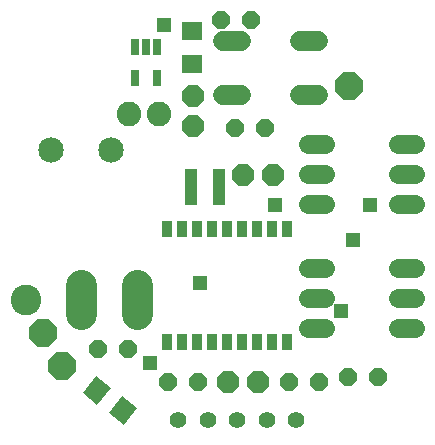
<source format=gts>
G75*
%MOIN*%
%OFA0B0*%
%FSLAX25Y25*%
%IPPOS*%
%LPD*%
%AMOC8*
5,1,8,0,0,1.08239X$1,22.5*
%
%ADD10OC8,0.07100*%
%ADD11R,0.07099X0.06312*%
%ADD12R,0.03800X0.05300*%
%ADD13C,0.08200*%
%ADD14OC8,0.09300*%
%ADD15OC8,0.06000*%
%ADD16C,0.06400*%
%ADD17C,0.10249*%
%ADD18C,0.10249*%
%ADD19C,0.08477*%
%ADD20R,0.03950X0.01863*%
%ADD21R,0.02965X0.05524*%
%ADD22C,0.06800*%
%ADD23C,0.05556*%
%ADD24R,0.04762X0.04762*%
D10*
X0081433Y0031118D03*
X0091433Y0031118D03*
X0086630Y0100213D03*
X0096630Y0100213D03*
X0069701Y0116669D03*
X0069701Y0126669D03*
D11*
X0069386Y0137181D03*
X0069386Y0148205D03*
G36*
X0033049Y0027556D02*
X0037419Y0033148D01*
X0042391Y0029262D01*
X0038021Y0023670D01*
X0033049Y0027556D01*
G37*
G36*
X0041735Y0020769D02*
X0046105Y0026361D01*
X0051077Y0022475D01*
X0046707Y0016883D01*
X0041735Y0020769D01*
G37*
D12*
X0061315Y0044512D03*
X0066315Y0044512D03*
X0071315Y0044512D03*
X0076315Y0044512D03*
X0081315Y0044512D03*
X0086315Y0044512D03*
X0091315Y0044512D03*
X0096315Y0044512D03*
X0101315Y0044512D03*
X0101315Y0082212D03*
X0096315Y0082212D03*
X0091315Y0082212D03*
X0086315Y0082212D03*
X0081315Y0082212D03*
X0076315Y0082212D03*
X0071315Y0082212D03*
X0066315Y0082212D03*
X0061315Y0082212D03*
D13*
X0058638Y0120646D03*
X0048638Y0120646D03*
D14*
X0026276Y0036630D03*
X0019858Y0047535D03*
X0121748Y0129780D03*
D15*
X0093992Y0115764D03*
X0083992Y0115764D03*
X0079110Y0151827D03*
X0089110Y0151827D03*
X0048323Y0042142D03*
X0038323Y0042142D03*
X0061591Y0031118D03*
X0071591Y0031118D03*
X0101709Y0031118D03*
X0111709Y0031118D03*
X0121394Y0032693D03*
X0131394Y0032693D03*
D16*
X0138200Y0049071D02*
X0143800Y0049071D01*
X0143800Y0059071D02*
X0138200Y0059071D01*
X0138200Y0069071D02*
X0143800Y0069071D01*
X0143800Y0090409D02*
X0138200Y0090409D01*
X0138200Y0100409D02*
X0143800Y0100409D01*
X0143800Y0110409D02*
X0138200Y0110409D01*
X0113800Y0110409D02*
X0108200Y0110409D01*
X0108200Y0100409D02*
X0113800Y0100409D01*
X0113800Y0090409D02*
X0108200Y0090409D01*
X0108200Y0069071D02*
X0113800Y0069071D01*
X0113800Y0059071D02*
X0108200Y0059071D01*
X0108200Y0049071D02*
X0113800Y0049071D01*
D17*
X0014110Y0058677D03*
D18*
X0032614Y0063402D02*
X0032614Y0053953D01*
X0051118Y0053953D02*
X0051118Y0063402D01*
D19*
X0042614Y0108677D03*
X0022614Y0108677D03*
D20*
X0069150Y0101118D03*
X0069150Y0099150D03*
X0069150Y0097181D03*
X0069150Y0095213D03*
X0069150Y0093244D03*
X0069150Y0091276D03*
X0078598Y0091276D03*
X0078598Y0093244D03*
X0078598Y0095213D03*
X0078598Y0097181D03*
X0078598Y0099150D03*
X0078598Y0101118D03*
D21*
X0057969Y0132535D03*
X0050488Y0132535D03*
X0050488Y0142772D03*
X0054228Y0142772D03*
X0057969Y0142772D03*
D22*
X0079885Y0144743D02*
X0085885Y0144743D01*
X0085885Y0126943D02*
X0079885Y0126943D01*
X0105485Y0126943D02*
X0111485Y0126943D01*
X0111485Y0144743D02*
X0105485Y0144743D01*
D23*
X0104346Y0018520D03*
X0094504Y0018520D03*
X0084661Y0018520D03*
X0074819Y0018520D03*
X0064976Y0018520D03*
D24*
X0055528Y0037445D03*
X0072063Y0064189D03*
X0097260Y0090173D03*
X0123244Y0078362D03*
X0128756Y0090173D03*
X0119307Y0054740D03*
X0060252Y0150252D03*
M02*

</source>
